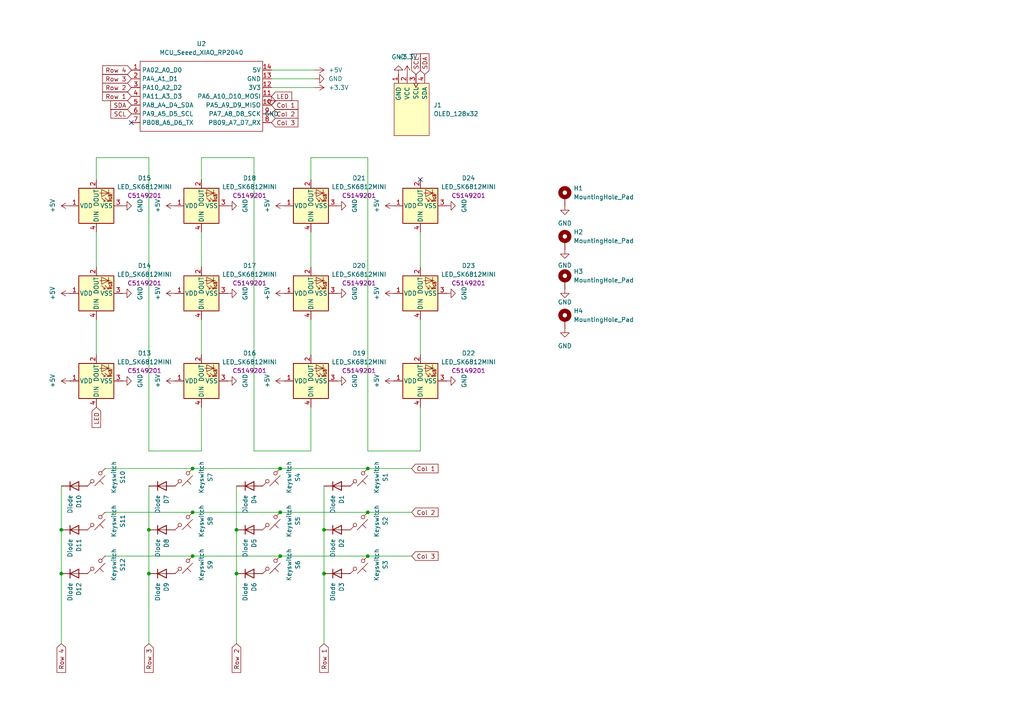
<source format=kicad_sch>
(kicad_sch (version 20231120) (generator "eeschema") (generator_version "8.0")
  (paper "A4")
  (lib_symbols
    (symbol "Mechanical:MountingHole_Pad" (pin_numbers hide) (pin_names (offset 1.016) hide) (exclude_from_sim yes) (in_bom no)
      (property "Reference" "H" (at 0 6.35 0))
      (property "Value" "MountingHole_Pad" (at 0 4.445 0))
      (symbol "MountingHole_Pad_0_1"
        (circle (center 0 1.27) (radius 1.27) (stroke (width 1.27)))
      )
      (symbol "MountingHole_Pad_1_1"
        (pin input line (at 0 -2.54 90) (length 2.54) (name "1") (number "1"))
      )
    )
    (symbol "ScottoKeebs:MCU_Seeed_XIAO_RP2040"
      (property "Reference" "U" (at -16.51 11.43 0))
      (property "Value" "MCU_Seeed_XIAO_RP2040" (at -3.81 -11.43 0))
      (symbol "MCU_Seeed_XIAO_RP2040_0_1"
        (rectangle (start -16.51 10.16) (end 19.05 -10.16))
      )
      (symbol "MCU_Seeed_XIAO_RP2040_1_1"
        (pin passive line (at -19.05 7.62 0) (length 2.54) (name "PA02_A0_D0") (number "1"))
        (pin passive line (at 21.59 -2.54 180) (length 2.54) (name "PA5_A9_D9_MISO") (number "10"))
        (pin passive line (at 21.59 0 180) (length 2.54) (name "PA6_A10_D10_MOSI") (number "11"))
        (pin passive line (at 21.59 2.54 180) (length 2.54) (name "3V3") (number "12"))
        (pin passive line (at 21.59 5.08 180) (length 2.54) (name "GND") (number "13"))
        (pin passive line (at 21.59 7.62 180) (length 2.54) (name "5V") (number "14"))
        (pin passive line (at -19.05 5.08 0) (length 2.54) (name "PA4_A1_D1") (number "2"))
        (pin passive line (at -19.05 2.54 0) (length 2.54) (name "PA10_A2_D2") (number "3"))
        (pin passive line (at -19.05 0 0) (length 2.54) (name "PA11_A3_D3") (number "4"))
        (pin passive line (at -19.05 -2.54 0) (length 2.54) (name "PA8_A4_D4_SDA") (number "5"))
        (pin passive line (at -19.05 -5.08 0) (length 2.54) (name "PA9_A5_D5_SCL") (number "6"))
        (pin passive line (at -19.05 -7.62 0) (length 2.54) (name "PB08_A6_D6_TX") (number "7"))
        (pin passive line (at 21.59 -7.62 180) (length 2.54) (name "PB09_A7_D7_RX") (number "8"))
        (pin passive line (at 21.59 -5.08 180) (length 2.54) (name "PA7_A8_D8_SCK") (number "9"))
      )
    )
    (symbol "ScottoKeebs:Placeholder_Diode" (pin_numbers hide) (pin_names hide)
      (property "Reference" "D" (at 0 2.54 0))
      (property "Value" "Diode" (at 0 -2.54 0))
      (symbol "Placeholder_Diode_0_1"
        (polyline (pts (xy -1.27 1.27) (xy -1.27 -1.27)) (stroke (width 0.254)))
        (polyline (pts (xy 1.27 0) (xy -1.27 0)))
        (polyline (pts (xy 1.27 1.27) (xy 1.27 -1.27) (xy -1.27 0) (xy 1.27 1.27)) (stroke (width 0.254)))
      )
      (symbol "Placeholder_Diode_1_1"
        (pin passive line (at -3.81 0 0) (length 2.54) (name "K") (number "1"))
        (pin passive line (at 3.81 0 180) (length 2.54) (name "A") (number "2"))
      )
    )
    (symbol "ScottoKeebs:Placeholder_Keyswitch" (pin_numbers hide) (pin_names (offset 1.016) hide)
      (property "Reference" "S" (at 3.048 1.016 0))
      (property "Value" "Keyswitch" (at 0 -3.81 0))
      (symbol "Placeholder_Keyswitch_0_1"
        (circle (center -1.1684 1.1684) (radius 0.508))
        (polyline (pts (xy -0.508 2.54) (xy 2.54 -0.508)))
        (polyline (pts (xy 1.016 1.016) (xy 2.032 2.032)))
        (polyline (pts (xy -2.54 2.54) (xy -1.524 1.524) (xy -1.524 1.524)))
        (polyline (pts (xy 1.524 -1.524) (xy 2.54 -2.54) (xy 2.54 -2.54) (xy 2.54 -2.54)))
        (circle (center 1.143 -1.1938) (radius 0.508))
        (pin passive line (at -2.54 2.54 0) (length 0) (name "1") (number "1"))
        (pin passive line (at 2.54 -2.54 180) (length 0) (name "2") (number "2"))
      )
    )
    (symbol "power:+3.3V" (power) (pin_numbers hide) (pin_names (offset 0) hide)
      (property "Value" "+3.3V" (at 0 3.556 0))
      (symbol "+3.3V_0_1"
        (polyline (pts (xy -0.762 1.27) (xy 0 2.54)))
        (polyline (pts (xy 0 0) (xy 0 2.54)))
        (polyline (pts (xy 0 2.54) (xy 0.762 1.27)))
      )
      (symbol "+3.3V_1_1"
        (pin power_in line (at 0 0 90) (length 0) (name "~") (number "1"))
      )
    )
    (symbol "power:+5V" (power) (pin_numbers hide) (pin_names (offset 0) hide)
      (property "Value" "+5V" (at 0 3.556 0))
      (symbol "+5V_0_1"
        (polyline (pts (xy -0.762 1.27) (xy 0 2.54)))
        (polyline (pts (xy 0 0) (xy 0 2.54)))
        (polyline (pts (xy 0 2.54) (xy 0.762 1.27)))
      )
      (symbol "+5V_1_1"
        (pin power_in line (at 0 0 90) (length 0) (name "~") (number "1"))
      )
    )
    (symbol "power:GND" (power) (pin_numbers hide) (pin_names (offset 0) hide)
      (property "Value" "GND" (at 0 -3.81 0))
      (symbol "GND_0_1"
        (polyline (pts (xy 0 0) (xy 0 -1.27) (xy 1.27 -1.27) (xy 0 -2.54) (xy -1.27 -1.27) (xy 0 -1.27)))
      )
      (symbol "GND_1_1"
        (pin power_in line (at 0 0 270) (length 0) (name "~") (number "1"))
      )
    )
    (symbol "scott:LED_SK6812MINI" (pin_names (offset 0.254))
      (property "Reference" "D" (at 2.032 5.588 0))
      (property "Value" "LED_SK6812MINI" (at 1.27 -5.715 0))
      (property "LCSC" "C5149201" (at 0 0 0))
      (symbol "LED_SK6812MINI_0_0"
        (text "RGB" (at 2.286 -4.191 0) (effects (font (size 0.762 0.762))))
      )
      (symbol "LED_SK6812MINI_0_1"
        (rectangle (start -5.08 5.08) (end 5.08 -5.08) (stroke (width 0.254)) (fill (type background)))
        (polyline (pts (xy 1.27 -3.556) (xy 1.778 -3.556)))
        (polyline (pts (xy 1.27 -2.54) (xy 1.778 -2.54)))
        (polyline (pts (xy 4.699 -3.556) (xy 2.667 -3.556)))
        (polyline (pts (xy 2.286 -2.54) (xy 1.27 -3.556) (xy 1.27 -3.048)))
        (polyline (pts (xy 2.286 -1.524) (xy 1.27 -2.54) (xy 1.27 -2.032)))
        (polyline (pts (xy 3.683 -1.016) (xy 3.683 -3.556) (xy 3.683 -4.064)))
        (polyline (pts (xy 4.699 -1.524) (xy 2.667 -1.524) (xy 3.683 -3.556) (xy 4.699 -1.524)))
      )
      (symbol "LED_SK6812MINI_1_1"
        (pin power_in line (at 0 7.62 270) (length 2.54) (name "VDD") (number "1"))
        (pin output line (at 7.62 0 180) (length 2.54) (name "DOUT") (number "2"))
        (pin power_in line (at 0 -7.62 90) (length 2.54) (name "VSS") (number "3"))
        (pin input line (at -7.62 0 0) (length 2.54) (name "DIN") (number "4"))
      )
    )
    (symbol "scott:OLED_128x32" (pin_names (offset 1.016))
      (property "Reference" "J" (at 0 -6.35 0))
      (property "Value" "OLED_128x32" (at 0 6.35 0))
      (symbol "OLED_128x32_0_1"
        (rectangle (start 0 5.08) (end 15.24 -5.08) (fill (type background)))
      )
      (symbol "OLED_128x32_1_1"
        (pin power_in line (at -2.54 -3.81 0) (length 2.54) (name "GND") (number "1"))
        (pin power_in line (at -2.54 -1.27 0) (length 2.54) (name "VCC") (number "2"))
        (pin input clock (at -2.54 1.27 0) (length 2.54) (name "SCL") (number "3"))
        (pin bidirectional line (at -2.54 3.81 0) (length 2.54) (name "SDA") (number "4"))
      )
    )
  )
  (junction (at 17.78 153.67))
  (junction (at 81.28 148.59))
  (junction (at 17.78 166.37))
  (junction (at 93.98 153.67))
  (junction (at 68.58 166.37))
  (junction (at 55.88 161.29))
  (junction (at 55.88 148.59))
  (junction (at 81.28 161.29))
  (junction (at 43.18 153.67))
  (junction (at 68.58 153.67))
  (junction (at 106.68 148.59))
  (junction (at 81.28 135.89))
  (junction (at 106.68 135.89))
  (junction (at 106.68 161.29))
  (junction (at 93.98 166.37))
  (junction (at 43.18 166.37))
  (junction (at 55.88 135.89))
  (no_connect (at 38.1 35.56))
  (no_connect (at 121.92 52.07))
  (wire (pts (xy 58.42 130.81) (xy 58.42 118.11)))
  (wire (pts (xy 17.78 166.37) (xy 17.78 186.69)))
  (wire (pts (xy 81.28 148.59) (xy 55.88 148.59)))
  (wire (pts (xy 106.68 161.29) (xy 81.28 161.29)))
  (wire (pts (xy 119.38 148.59) (xy 106.68 148.59)))
  (wire (pts (xy 121.92 77.47) (xy 121.92 67.31)))
  (wire (pts (xy 106.68 135.89) (xy 81.28 135.89)))
  (wire (pts (xy 58.42 52.07) (xy 58.42 45.72)))
  (wire (pts (xy 106.68 148.59) (xy 81.28 148.59)))
  (wire (pts (xy 68.58 153.67) (xy 68.58 166.37)))
  (wire (pts (xy 68.58 166.37) (xy 68.58 186.69)))
  (wire (pts (xy 90.17 102.87) (xy 90.17 92.71)))
  (wire (pts (xy 27.94 45.72) (xy 43.18 45.72)))
  (wire (pts (xy 58.42 77.47) (xy 58.42 67.31)))
  (wire (pts (xy 73.66 45.72) (xy 73.66 130.81)))
  (wire (pts (xy 81.28 135.89) (xy 55.88 135.89)))
  (wire (pts (xy 93.98 153.67) (xy 93.98 166.37)))
  (wire (pts (xy 55.88 135.89) (xy 30.48 135.89)))
  (wire (pts (xy 17.78 140.97) (xy 17.78 153.67)))
  (wire (pts (xy 78.74 20.32) (xy 91.44 20.32)))
  (wire (pts (xy 27.94 102.87) (xy 27.94 92.71)))
  (wire (pts (xy 81.28 161.29) (xy 55.88 161.29)))
  (wire (pts (xy 78.74 25.4) (xy 91.44 25.4)))
  (wire (pts (xy 27.94 77.47) (xy 27.94 67.31)))
  (wire (pts (xy 68.58 140.97) (xy 68.58 153.67)))
  (wire (pts (xy 119.38 135.89) (xy 106.68 135.89)))
  (wire (pts (xy 17.78 153.67) (xy 17.78 166.37)))
  (wire (pts (xy 55.88 161.29) (xy 30.48 161.29)))
  (wire (pts (xy 43.18 166.37) (xy 43.18 186.69)))
  (wire (pts (xy 73.66 130.81) (xy 90.17 130.81)))
  (wire (pts (xy 58.42 45.72) (xy 73.66 45.72)))
  (wire (pts (xy 78.74 22.86) (xy 91.44 22.86)))
  (wire (pts (xy 121.92 130.81) (xy 121.92 118.11)))
  (wire (pts (xy 93.98 166.37) (xy 93.98 186.69)))
  (wire (pts (xy 43.18 130.81) (xy 58.42 130.81)))
  (wire (pts (xy 119.38 161.29) (xy 106.68 161.29)))
  (wire (pts (xy 58.42 102.87) (xy 58.42 92.71)))
  (wire (pts (xy 43.18 45.72) (xy 43.18 130.81)))
  (wire (pts (xy 43.18 140.97) (xy 43.18 153.67)))
  (wire (pts (xy 106.68 45.72) (xy 106.68 130.81)))
  (wire (pts (xy 90.17 77.47) (xy 90.17 67.31)))
  (wire (pts (xy 55.88 148.59) (xy 30.48 148.59)))
  (wire (pts (xy 90.17 45.72) (xy 106.68 45.72)))
  (wire (pts (xy 90.17 130.81) (xy 90.17 118.11)))
  (wire (pts (xy 27.94 52.07) (xy 27.94 45.72)))
  (wire (pts (xy 121.92 102.87) (xy 121.92 92.71)))
  (wire (pts (xy 90.17 52.07) (xy 90.17 45.72)))
  (wire (pts (xy 93.98 140.97) (xy 93.98 153.67)))
  (wire (pts (xy 43.18 153.67) (xy 43.18 166.37)))
  (wire (pts (xy 106.68 130.81) (xy 121.92 130.81)))
  (global_label "Col 3" (shape input) (at 119.38 161.29 0) (property "Intersheetrefs" "${INTERSHEET_REFS}" (effects (hide yes))))
  (global_label "Row 3" (shape input) (at 38.1 22.86 180) (property "Intersheetrefs" "${INTERSHEET_REFS}" (effects (hide yes))))
  (global_label "Col 1" (shape input) (at 78.74 30.48 0) (property "Intersheetrefs" "${INTERSHEET_REFS}" (effects (hide yes))))
  (global_label "Row 4" (shape input) (at 17.78 186.69 270) (property "Intersheetrefs" "${INTERSHEET_REFS}" (effects (hide yes))))
  (global_label "Col 2" (shape input) (at 78.74 33.02 0) (property "Intersheetrefs" "${INTERSHEET_REFS}" (effects (hide yes))))
  (global_label "Row 1" (shape input) (at 93.98 186.69 270) (property "Intersheetrefs" "${INTERSHEET_REFS}" (effects (hide yes))))
  (global_label "LED" (shape input) (at 78.74 27.94 0) (property "Intersheetrefs" "${INTERSHEET_REFS}" (effects (hide yes))))
  (global_label "Col 1" (shape input) (at 119.38 135.89 0) (property "Intersheetrefs" "${INTERSHEET_REFS}" (effects (hide yes))))
  (global_label "Col 3" (shape input) (at 78.74 35.56 0) (property "Intersheetrefs" "${INTERSHEET_REFS}" (effects (hide yes))))
  (global_label "Row 2" (shape input) (at 68.58 186.69 270) (property "Intersheetrefs" "${INTERSHEET_REFS}" (effects (hide yes))))
  (global_label "LED" (shape input) (at 27.94 118.11 270) (property "Intersheetrefs" "${INTERSHEET_REFS}" (effects (hide yes))))
  (global_label "Row 2" (shape input) (at 38.1 25.4 180) (property "Intersheetrefs" "${INTERSHEET_REFS}" (effects (hide yes))))
  (global_label "Col 2" (shape input) (at 119.38 148.59 0) (property "Intersheetrefs" "${INTERSHEET_REFS}" (effects (hide yes))))
  (global_label "SDA" (shape input) (at 123.19 21.59 90) (property "Intersheetrefs" "${INTERSHEET_REFS}" (effects (hide yes))))
  (global_label "SCL" (shape input) (at 38.1 33.02 180) (property "Intersheetrefs" "${INTERSHEET_REFS}" (effects (hide yes))))
  (global_label "Row 3" (shape input) (at 43.18 186.69 270) (property "Intersheetrefs" "${INTERSHEET_REFS}" (effects (hide yes))))
  (global_label "SDA" (shape input) (at 38.1 30.48 180) (property "Intersheetrefs" "${INTERSHEET_REFS}" (effects (hide yes))))
  (global_label "SCL" (shape input) (at 120.65 21.59 90) (property "Intersheetrefs" "${INTERSHEET_REFS}" (effects (hide yes))))
  (global_label "Row 1" (shape input) (at 38.1 27.94 180) (property "Intersheetrefs" "${INTERSHEET_REFS}" (effects (hide yes))))
  (global_label "Row 4" (shape input) (at 38.1 20.32 180) (property "Intersheetrefs" "${INTERSHEET_REFS}" (effects (hide yes))))
  (symbol (lib_id "scott:LED_SK6812MINI") (at 27.94 85.09 90) (unit 1)
    (property "Reference" "D14" (at 41.91 77.0538 90))
    (property "Value" "LED_SK6812MINI" (at 41.91 79.5938 90))
    (property "Footprint" "sb componets:LED_SK6812MINI" (effects (hide yes)))
    (property "Datasheet" "https://cdn-shop.adafruit.com/product-files/2686/SK6812MINI_REV.01-1-2.pdf" (effects (hide yes)))
    (property "Description" "RGB LED with integrated controller" (effects (hide yes)))
    (property "LCSC" "C5149201" (at 41.91 82.1338 90))
  )
  (symbol (lib_id "power:+5V") (at 20.32 59.69 90) (unit 1)
    (property "Reference" "#PWR07" (effects (hide yes)))
    (property "Value" "+5V" (at 15.24 59.69 0))
    (property "Description" "Power symbol creates a global label with name \"+5V\"" (effects (hide yes)))
  )
  (symbol (lib_id "scott:LED_SK6812MINI") (at 27.94 110.49 90) (unit 1)
    (property "Reference" "D13" (at 41.91 102.4538 90))
    (property "Value" "LED_SK6812MINI" (at 41.91 104.9938 90))
    (property "Footprint" "sb componets:LED_SK6812MINI" (effects (hide yes)))
    (property "Datasheet" "https://cdn-shop.adafruit.com/product-files/2686/SK6812MINI_REV.01-1-2.pdf" (effects (hide yes)))
    (property "Description" "RGB LED with integrated controller" (effects (hide yes)))
    (property "LCSC" "C5149201" (at 41.91 107.5338 90))
  )
  (symbol (lib_id "ScottoKeebs:Placeholder_Diode") (at 72.39 166.37 0) (unit 1)
    (property "Reference" "D6" (at 73.6601 168.91 90) (effects (justify right)))
    (property "Value" "Diode" (at 71.1201 168.91 90) (effects (justify right)))
    (property "Footprint" "ScottoKeebs_Components:Diode_DO-35" (effects (hide yes)))
    (property "Description" "1N4148 (DO-35) or 1N4148W (SOD-123)" (effects (hide yes)))
    (property "Sim.Device" "D" (effects (hide yes)))
    (property "Sim.Pins" "1=K 2=A" (effects (hide yes)))
  )
  (symbol (lib_id "power:+3.3V") (at 91.44 25.4 270) (unit 1)
    (property "Reference" "#PWR027" (effects (hide yes)))
    (property "Value" "+3.3V" (at 95.25 25.3999 90) (effects (justify left)))
    (property "Description" "Power symbol creates a global label with name \"+3.3V\"" (effects (hide yes)))
  )
  (symbol (lib_id "ScottoKeebs:Placeholder_Keyswitch") (at 78.74 151.13 270) (unit 1)
    (property "Reference" "S5" (at 86.36 151.13 0))
    (property "Value" "Keyswitch" (at 83.82 151.13 0))
    (property "Footprint" "Kailh_PG1353_Hotswap:Kailh-PG1353-Hotswap-1U" (effects (hide yes)))
    (property "Description" "Push button switch, normally open, two pins, 45° tilted" (effects (hide yes)))
  )
  (symbol (lib_id "scott:LED_SK6812MINI") (at 90.17 110.49 90) (unit 1)
    (property "Reference" "D19" (at 104.14 102.4538 90))
    (property "Value" "LED_SK6812MINI" (at 104.14 104.9938 90))
    (property "Footprint" "sb componets:LED_SK6812MINI" (effects (hide yes)))
    (property "Datasheet" "https://cdn-shop.adafruit.com/product-files/2686/SK6812MINI_REV.01-1-2.pdf" (effects (hide yes)))
    (property "Description" "RGB LED with integrated controller" (effects (hide yes)))
    (property "LCSC" "C5149201" (at 104.14 107.5338 90))
  )
  (symbol (lib_id "power:GND") (at 35.56 85.09 90) (unit 1)
    (property "Reference" "#PWR06" (effects (hide yes)))
    (property "Value" "GND" (at 40.64 85.09 0))
    (property "Description" "Power symbol creates a global label with name \"GND\" , ground" (effects (hide yes)))
  )
  (symbol (lib_id "scott:LED_SK6812MINI") (at 58.42 110.49 90) (unit 1)
    (property "Reference" "D16" (at 72.39 102.4538 90))
    (property "Value" "LED_SK6812MINI" (at 72.39 104.9938 90))
    (property "Footprint" "sb componets:LED_SK6812MINI" (effects (hide yes)))
    (property "Datasheet" "https://cdn-shop.adafruit.com/product-files/2686/SK6812MINI_REV.01-1-2.pdf" (effects (hide yes)))
    (property "Description" "RGB LED with integrated controller" (effects (hide yes)))
    (property "LCSC" "C5149201" (at 72.39 107.5338 90))
  )
  (symbol (lib_id "ScottoKeebs:Placeholder_Diode") (at 97.79 153.67 0) (unit 1)
    (property "Reference" "D2" (at 99.0601 156.21 90) (effects (justify right)))
    (property "Value" "Diode" (at 96.5201 156.21 90) (effects (justify right)))
    (property "Footprint" "ScottoKeebs_Components:Diode_DO-35" (effects (hide yes)))
    (property "Description" "1N4148 (DO-35) or 1N4148W (SOD-123)" (effects (hide yes)))
    (property "Sim.Device" "D" (effects (hide yes)))
    (property "Sim.Pins" "1=K 2=A" (effects (hide yes)))
  )
  (symbol (lib_id "power:GND") (at 78.74 27.94 0) (unit 1)
    (property "Reference" "#PWR030" (effects (hide yes)))
    (property "Value" "GND" (at 78.74 33.02 0))
    (property "Description" "Power symbol creates a global label with name \"GND\" , ground" (effects (hide yes)))
  )
  (symbol (lib_id "scott:LED_SK6812MINI") (at 90.17 85.09 90) (unit 1)
    (property "Reference" "D20" (at 104.14 77.0538 90))
    (property "Value" "LED_SK6812MINI" (at 104.14 79.5938 90))
    (property "Footprint" "sb componets:LED_SK6812MINI" (effects (hide yes)))
    (property "Datasheet" "https://cdn-shop.adafruit.com/product-files/2686/SK6812MINI_REV.01-1-2.pdf" (effects (hide yes)))
    (property "Description" "RGB LED with integrated controller" (effects (hide yes)))
    (property "LCSC" "C5149201" (at 104.14 82.1338 90))
  )
  (symbol (lib_id "ScottoKeebs:Placeholder_Diode") (at 72.39 153.67 0) (unit 1)
    (property "Reference" "D5" (at 73.6601 156.21 90) (effects (justify right)))
    (property "Value" "Diode" (at 71.1201 156.21 90) (effects (justify right)))
    (property "Footprint" "ScottoKeebs_Components:Diode_DO-35" (effects (hide yes)))
    (property "Description" "1N4148 (DO-35) or 1N4148W (SOD-123)" (effects (hide yes)))
    (property "Sim.Device" "D" (effects (hide yes)))
    (property "Sim.Pins" "1=K 2=A" (effects (hide yes)))
  )
  (symbol (lib_id "scott:OLED_128x32") (at 119.38 24.13 270) (unit 1)
    (property "Reference" "J1" (at 125.73 30.4799 90) (effects (justify left)))
    (property "Value" "OLED_128x32" (at 125.73 33.0199 90) (effects (justify left)))
    (property "Footprint" "sb componets:OLED_128x32" (effects (hide yes)))
  )
  (symbol (lib_id "ScottoKeebs:MCU_Seeed_XIAO_RP2040") (at 57.15 27.94 0) (unit 1)
    (property "Reference" "U2" (at 58.42 12.7 0))
    (property "Value" "MCU_Seeed_XIAO_RP2040" (at 58.42 15.24 0))
    (property "Footprint" "ScottoKeebs_MCU:Seeed_XIAO_RP2040" (effects (hide yes)))
  )
  (symbol (lib_id "Mechanical:MountingHole_Pad") (at 163.83 57.15 0) (unit 1) (exclude_from_sim yes) (in_bom no)
    (property "Reference" "H1" (at 166.37 54.6099 0) (effects (justify left)))
    (property "Value" "MountingHole_Pad" (at 166.37 57.1499 0) (effects (justify left)))
    (property "Footprint" "MountingHole:MountingHole_2.5mm_Pad_Via" (effects (hide yes)))
    (property "Description" "Mounting Hole with connection" (effects (hide yes)))
  )
  (symbol (lib_id "ScottoKeebs:Placeholder_Diode") (at 72.39 140.97 0) (unit 1)
    (property "Reference" "D4" (at 73.6601 143.51 90) (effects (justify right)))
    (property "Value" "Diode" (at 71.1201 143.51 90) (effects (justify right)))
    (property "Footprint" "ScottoKeebs_Components:Diode_DO-35" (effects (hide yes)))
    (property "Description" "1N4148 (DO-35) or 1N4148W (SOD-123)" (effects (hide yes)))
    (property "Sim.Device" "D" (effects (hide yes)))
    (property "Sim.Pins" "1=K 2=A" (effects (hide yes)))
  )
  (symbol (lib_id "ScottoKeebs:Placeholder_Keyswitch") (at 78.74 138.43 270) (unit 1)
    (property "Reference" "S4" (at 86.36 138.43 0))
    (property "Value" "Keyswitch" (at 83.82 138.43 0))
    (property "Footprint" "Kailh_PG1353_Hotswap:Kailh-PG1353-Hotswap-1U" (effects (hide yes)))
    (property "Description" "Push button switch, normally open, two pins, 45° tilted" (effects (hide yes)))
  )
  (symbol (lib_id "power:+5V") (at 50.8 110.49 90) (unit 1)
    (property "Reference" "#PWR09" (effects (hide yes)))
    (property "Value" "+5V" (at 45.72 110.49 0))
    (property "Description" "Power symbol creates a global label with name \"+5V\"" (effects (hide yes)))
  )
  (symbol (lib_id "power:GND") (at 66.04 85.09 90) (unit 1)
    (property "Reference" "#PWR012" (effects (hide yes)))
    (property "Value" "GND" (at 71.12 85.09 0))
    (property "Description" "Power symbol creates a global label with name \"GND\" , ground" (effects (hide yes)))
  )
  (symbol (lib_id "power:GND") (at 97.79 85.09 90) (unit 1)
    (property "Reference" "#PWR018" (effects (hide yes)))
    (property "Value" "GND" (at 102.87 85.09 0))
    (property "Description" "Power symbol creates a global label with name \"GND\" , ground" (effects (hide yes)))
  )
  (symbol (lib_id "power:GND") (at 115.57 21.59 180) (unit 1)
    (property "Reference" "#PWR028" (effects (hide yes)))
    (property "Value" "GND" (at 115.57 16.51 0))
    (property "Description" "Power symbol creates a global label with name \"GND\" , ground" (effects (hide yes)))
  )
  (symbol (lib_id "Mechanical:MountingHole_Pad") (at 163.83 92.71 0) (unit 1) (exclude_from_sim yes) (in_bom no)
    (property "Reference" "H4" (at 166.37 90.1699 0) (effects (justify left)))
    (property "Value" "MountingHole_Pad" (at 166.37 92.7099 0) (effects (justify left)))
    (property "Footprint" "MountingHole:MountingHole_2.5mm_Pad_Via" (effects (hide yes)))
    (property "Description" "Mounting Hole with connection" (effects (hide yes)))
  )
  (symbol (lib_id "ScottoKeebs:Placeholder_Keyswitch") (at 27.94 138.43 270) (unit 1)
    (property "Reference" "S10" (at 35.56 138.43 0))
    (property "Value" "Keyswitch" (at 33.02 138.43 0))
    (property "Footprint" "Kailh_PG1353_Hotswap:Kailh-PG1353-Hotswap-1U" (effects (hide yes)))
    (property "Description" "Push button switch, normally open, two pins, 45° tilted" (effects (hide yes)))
  )
  (symbol (lib_id "power:GND") (at 129.54 110.49 90) (unit 1)
    (property "Reference" "#PWR022" (effects (hide yes)))
    (property "Value" "GND" (at 134.62 110.49 0))
    (property "Description" "Power symbol creates a global label with name \"GND\" , ground" (effects (hide yes)))
  )
  (symbol (lib_id "scott:LED_SK6812MINI") (at 121.92 85.09 90) (unit 1)
    (property "Reference" "D23" (at 135.89 77.0538 90))
    (property "Value" "LED_SK6812MINI" (at 135.89 79.5938 90))
    (property "Footprint" "sb componets:LED_SK6812MINI" (effects (hide yes)))
    (property "Datasheet" "https://cdn-shop.adafruit.com/product-files/2686/SK6812MINI_REV.01-1-2.pdf" (effects (hide yes)))
    (property "Description" "RGB LED with integrated controller" (effects (hide yes)))
    (property "LCSC" "C5149201" (at 135.89 82.1338 90))
  )
  (symbol (lib_id "scott:LED_SK6812MINI") (at 58.42 85.09 90) (unit 1)
    (property "Reference" "D17" (at 72.39 77.0538 90))
    (property "Value" "LED_SK6812MINI" (at 72.39 79.5938 90))
    (property "Footprint" "sb componets:LED_SK6812MINI" (effects (hide yes)))
    (property "Datasheet" "https://cdn-shop.adafruit.com/product-files/2686/SK6812MINI_REV.01-1-2.pdf" (effects (hide yes)))
    (property "Description" "RGB LED with integrated controller" (effects (hide yes)))
    (property "LCSC" "C5149201" (at 72.39 82.1338 90))
  )
  (symbol (lib_id "ScottoKeebs:Placeholder_Diode") (at 21.59 153.67 0) (unit 1)
    (property "Reference" "D11" (at 22.8601 156.21 90) (effects (justify right)))
    (property "Value" "Diode" (at 20.3201 156.21 90) (effects (justify right)))
    (property "Footprint" "ScottoKeebs_Components:Diode_DO-35" (effects (hide yes)))
    (property "Description" "1N4148 (DO-35) or 1N4148W (SOD-123)" (effects (hide yes)))
    (property "Sim.Device" "D" (effects (hide yes)))
    (property "Sim.Pins" "1=K 2=A" (effects (hide yes)))
  )
  (symbol (lib_id "power:GND") (at 163.83 83.82 0) (unit 1)
    (property "Reference" "#PWR033" (effects (hide yes)))
    (property "Value" "GND" (at 163.83 87.63 0))
    (property "Description" "Power symbol creates a global label with name \"GND\" , ground" (effects (hide yes)))
  )
  (symbol (lib_id "power:GND") (at 66.04 110.49 90) (unit 1)
    (property "Reference" "#PWR010" (effects (hide yes)))
    (property "Value" "GND" (at 71.12 110.49 0))
    (property "Description" "Power symbol creates a global label with name \"GND\" , ground" (effects (hide yes)))
  )
  (symbol (lib_id "power:GND") (at 129.54 85.09 90) (unit 1)
    (property "Reference" "#PWR024" (effects (hide yes)))
    (property "Value" "GND" (at 134.62 85.09 0))
    (property "Description" "Power symbol creates a global label with name \"GND\" , ground" (effects (hide yes)))
  )
  (symbol (lib_id "power:GND") (at 163.83 59.69 0) (unit 1)
    (property "Reference" "#PWR031" (effects (hide yes)))
    (property "Value" "GND" (at 163.83 64.77 0))
    (property "Description" "Power symbol creates a global label with name \"GND\" , ground" (effects (hide yes)))
  )
  (symbol (lib_id "power:+5V") (at 20.32 110.49 90) (unit 1)
    (property "Reference" "#PWR03" (effects (hide yes)))
    (property "Value" "+5V" (at 15.24 110.49 0))
    (property "Description" "Power symbol creates a global label with name \"+5V\"" (effects (hide yes)))
  )
  (symbol (lib_id "power:+5V") (at 114.3 110.49 90) (unit 1)
    (property "Reference" "#PWR021" (effects (hide yes)))
    (property "Value" "+5V" (at 109.22 110.49 0))
    (property "Description" "Power symbol creates a global label with name \"+5V\"" (effects (hide yes)))
  )
  (symbol (lib_id "power:+5V") (at 82.55 59.69 90) (unit 1)
    (property "Reference" "#PWR019" (effects (hide yes)))
    (property "Value" "+5V" (at 77.47 59.69 0))
    (property "Description" "Power symbol creates a global label with name \"+5V\"" (effects (hide yes)))
  )
  (symbol (lib_id "power:GND") (at 35.56 110.49 90) (unit 1)
    (property "Reference" "#PWR04" (effects (hide yes)))
    (property "Value" "GND" (at 40.64 110.49 0))
    (property "Description" "Power symbol creates a global label with name \"GND\" , ground" (effects (hide yes)))
  )
  (symbol (lib_id "power:+5V") (at 114.3 85.09 90) (unit 1)
    (property "Reference" "#PWR023" (effects (hide yes)))
    (property "Value" "+5V" (at 109.22 85.09 0))
    (property "Description" "Power symbol creates a global label with name \"+5V\"" (effects (hide yes)))
  )
  (symbol (lib_id "power:GND") (at 129.54 59.69 90) (unit 1)
    (property "Reference" "#PWR026" (effects (hide yes)))
    (property "Value" "GND" (at 134.62 59.69 0))
    (property "Description" "Power symbol creates a global label with name \"GND\" , ground" (effects (hide yes)))
  )
  (symbol (lib_id "power:GND") (at 35.56 59.69 90) (unit 1)
    (property "Reference" "#PWR08" (effects (hide yes)))
    (property "Value" "GND" (at 40.64 59.69 0))
    (property "Description" "Power symbol creates a global label with name \"GND\" , ground" (effects (hide yes)))
  )
  (symbol (lib_id "power:GND") (at 163.83 72.39 0) (unit 1)
    (property "Reference" "#PWR032" (effects (hide yes)))
    (property "Value" "GND" (at 163.83 76.962 0))
    (property "Description" "Power symbol creates a global label with name \"GND\" , ground" (effects (hide yes)))
  )
  (symbol (lib_id "power:+5V") (at 50.8 59.69 90) (unit 1)
    (property "Reference" "#PWR013" (effects (hide yes)))
    (property "Value" "+5V" (at 45.72 59.69 0))
    (property "Description" "Power symbol creates a global label with name \"+5V\"" (effects (hide yes)))
  )
  (symbol (lib_id "power:+5V") (at 50.8 85.09 90) (unit 1)
    (property "Reference" "#PWR011" (effects (hide yes)))
    (property "Value" "+5V" (at 45.72 85.09 0))
    (property "Description" "Power symbol creates a global label with name \"+5V\"" (effects (hide yes)))
  )
  (symbol (lib_id "scott:LED_SK6812MINI") (at 58.42 59.69 90) (unit 1)
    (property "Reference" "D18" (at 72.39 51.6538 90))
    (property "Value" "LED_SK6812MINI" (at 72.39 54.1938 90))
    (property "Footprint" "sb componets:LED_SK6812MINI" (effects (hide yes)))
    (property "Datasheet" "https://cdn-shop.adafruit.com/product-files/2686/SK6812MINI_REV.01-1-2.pdf" (effects (hide yes)))
    (property "Description" "RGB LED with integrated controller" (effects (hide yes)))
    (property "LCSC" "C5149201" (at 72.39 56.7338 90))
  )
  (symbol (lib_id "ScottoKeebs:Placeholder_Diode") (at 46.99 153.67 0) (unit 1)
    (property "Reference" "D8" (at 48.2601 156.21 90) (effects (justify right)))
    (property "Value" "Diode" (at 45.7201 156.21 90) (effects (justify right)))
    (property "Footprint" "ScottoKeebs_Components:Diode_DO-35" (effects (hide yes)))
    (property "Description" "1N4148 (DO-35) or 1N4148W (SOD-123)" (effects (hide yes)))
    (property "Sim.Device" "D" (effects (hide yes)))
    (property "Sim.Pins" "1=K 2=A" (effects (hide yes)))
  )
  (symbol (lib_id "ScottoKeebs:Placeholder_Diode") (at 21.59 166.37 0) (unit 1)
    (property "Reference" "D12" (at 22.8601 168.91 90) (effects (justify right)))
    (property "Value" "Diode" (at 20.3201 168.91 90) (effects (justify right)))
    (property "Footprint" "ScottoKeebs_Components:Diode_DO-35" (effects (hide yes)))
    (property "Description" "1N4148 (DO-35) or 1N4148W (SOD-123)" (effects (hide yes)))
    (property "Sim.Device" "D" (effects (hide yes)))
    (property "Sim.Pins" "1=K 2=A" (effects (hide yes)))
  )
  (symbol (lib_id "ScottoKeebs:Placeholder_Diode") (at 46.99 140.97 0) (unit 1)
    (property "Reference" "D7" (at 48.2601 143.51 90) (effects (justify right)))
    (property "Value" "Diode" (at 45.7201 143.51 90) (effects (justify right)))
    (property "Footprint" "ScottoKeebs_Components:Diode_DO-35" (effects (hide yes)))
    (property "Description" "1N4148 (DO-35) or 1N4148W (SOD-123)" (effects (hide yes)))
    (property "Sim.Device" "D" (effects (hide yes)))
    (property "Sim.Pins" "1=K 2=A" (effects (hide yes)))
  )
  (symbol (lib_id "scott:LED_SK6812MINI") (at 27.94 59.69 90) (unit 1)
    (property "Reference" "D15" (at 41.91 51.6538 90))
    (property "Value" "LED_SK6812MINI" (at 41.91 54.1938 90))
    (property "Footprint" "sb componets:LED_SK6812MINI" (effects (hide yes)))
    (property "Datasheet" "https://cdn-shop.adafruit.com/product-files/2686/SK6812MINI_REV.01-1-2.pdf" (effects (hide yes)))
    (property "Description" "RGB LED with integrated controller" (effects (hide yes)))
    (property "LCSC" "C5149201" (at 41.91 56.7338 90))
  )
  (symbol (lib_id "ScottoKeebs:Placeholder_Keyswitch") (at 53.34 163.83 270) (unit 1)
    (property "Reference" "S9" (at 60.96 163.83 0))
    (property "Value" "Keyswitch" (at 58.42 163.83 0))
    (property "Footprint" "Kailh_PG1353_Hotswap:Kailh-PG1353-Hotswap-1U" (effects (hide yes)))
    (property "Description" "Push button switch, normally open, two pins, 45° tilted" (effects (hide yes)))
  )
  (symbol (lib_id "power:GND") (at 66.04 59.69 90) (unit 1)
    (property "Reference" "#PWR014" (effects (hide yes)))
    (property "Value" "GND" (at 71.12 59.69 0))
    (property "Description" "Power symbol creates a global label with name \"GND\" , ground" (effects (hide yes)))
  )
  (symbol (lib_id "ScottoKeebs:Placeholder_Keyswitch") (at 27.94 163.83 270) (unit 1)
    (property "Reference" "S12" (at 35.56 163.83 0))
    (property "Value" "Keyswitch" (at 33.02 163.83 0))
    (property "Footprint" "Kailh_PG1353_Hotswap:Kailh-PG1353-Hotswap-1U" (effects (hide yes)))
    (property "Description" "Push button switch, normally open, two pins, 45° tilted" (effects (hide yes)))
  )
  (symbol (lib_id "scott:LED_SK6812MINI") (at 90.17 59.69 90) (unit 1)
    (property "Reference" "D21" (at 104.14 51.6538 90))
    (property "Value" "LED_SK6812MINI" (at 104.14 54.1938 90))
    (property "Footprint" "sb componets:LED_SK6812MINI" (effects (hide yes)))
    (property "Datasheet" "https://cdn-shop.adafruit.com/product-files/2686/SK6812MINI_REV.01-1-2.pdf" (effects (hide yes)))
    (property "Description" "RGB LED with integrated controller" (effects (hide yes)))
    (property "LCSC" "C5149201" (at 104.14 56.7338 90))
  )
  (symbol (lib_id "ScottoKeebs:Placeholder_Diode") (at 21.59 140.97 0) (unit 1)
    (property "Reference" "D10" (at 22.8601 143.51 90) (effects (justify right)))
    (property "Value" "Diode" (at 20.3201 143.51 90) (effects (justify right)))
    (property "Footprint" "ScottoKeebs_Components:Diode_DO-35" (effects (hide yes)))
    (property "Description" "1N4148 (DO-35) or 1N4148W (SOD-123)" (effects (hide yes)))
    (property "Sim.Device" "D" (effects (hide yes)))
    (property "Sim.Pins" "1=K 2=A" (effects (hide yes)))
  )
  (symbol (lib_id "power:+5V") (at 114.3 59.69 90) (unit 1)
    (property "Reference" "#PWR025" (effects (hide yes)))
    (property "Value" "+5V" (at 109.22 59.69 0))
    (property "Description" "Power symbol creates a global label with name \"+5V\"" (effects (hide yes)))
  )
  (symbol (lib_id "Mechanical:MountingHole_Pad") (at 163.83 81.28 0) (unit 1) (exclude_from_sim yes) (in_bom no)
    (property "Reference" "H3" (at 166.37 78.7399 0) (effects (justify left)))
    (property "Value" "MountingHole_Pad" (at 166.37 81.2799 0) (effects (justify left)))
    (property "Footprint" "MountingHole:MountingHole_2.5mm_Pad_Via" (effects (hide yes)))
    (property "Description" "Mounting Hole with connection" (effects (hide yes)))
  )
  (symbol (lib_id "ScottoKeebs:Placeholder_Keyswitch") (at 53.34 138.43 270) (unit 1)
    (property "Reference" "S7" (at 60.96 138.43 0))
    (property "Value" "Keyswitch" (at 58.42 138.43 0))
    (property "Footprint" "Kailh_PG1353_Hotswap:Kailh-PG1353-Hotswap-1U" (effects (hide yes)))
    (property "Description" "Push button switch, normally open, two pins, 45° tilted" (effects (hide yes)))
  )
  (symbol (lib_id "ScottoKeebs:Placeholder_Diode") (at 46.99 166.37 0) (unit 1)
    (property "Reference" "D9" (at 48.2601 168.91 90) (effects (justify right)))
    (property "Value" "Diode" (at 45.7201 168.91 90) (effects (justify right)))
    (property "Footprint" "ScottoKeebs_Components:Diode_DO-35" (effects (hide yes)))
    (property "Description" "1N4148 (DO-35) or 1N4148W (SOD-123)" (effects (hide yes)))
    (property "Sim.Device" "D" (effects (hide yes)))
    (property "Sim.Pins" "1=K 2=A" (effects (hide yes)))
  )
  (symbol (lib_id "scott:LED_SK6812MINI") (at 121.92 59.69 90) (unit 1)
    (property "Reference" "D24" (at 135.89 51.6538 90))
    (property "Value" "LED_SK6812MINI" (at 135.89 54.1938 90))
    (property "Footprint" "sb componets:LED_SK6812MINI" (effects (hide yes)))
    (property "Datasheet" "https://cdn-shop.adafruit.com/product-files/2686/SK6812MINI_REV.01-1-2.pdf" (effects (hide yes)))
    (property "Description" "RGB LED with integrated controller" (effects (hide yes)))
    (property "LCSC" "C5149201" (at 135.89 56.7338 90))
  )
  (symbol (lib_id "scott:LED_SK6812MINI") (at 121.92 110.49 90) (unit 1)
    (property "Reference" "D22" (at 135.89 102.4538 90))
    (property "Value" "LED_SK6812MINI" (at 135.89 104.9938 90))
    (property "Footprint" "sb componets:LED_SK6812MINI" (effects (hide yes)))
    (property "Datasheet" "https://cdn-shop.adafruit.com/product-files/2686/SK6812MINI_REV.01-1-2.pdf" (effects (hide yes)))
    (property "Description" "RGB LED with integrated controller" (effects (hide yes)))
    (property "LCSC" "C5149201" (at 135.89 107.5338 90))
  )
  (symbol (lib_id "ScottoKeebs:Placeholder_Keyswitch") (at 27.94 151.13 270) (unit 1)
    (property "Reference" "S11" (at 35.56 151.13 0))
    (property "Value" "Keyswitch" (at 33.02 151.13 0))
    (property "Footprint" "Kailh_PG1353_Hotswap:Kailh-PG1353-Hotswap-1U" (effects (hide yes)))
    (property "Description" "Push button switch, normally open, two pins, 45° tilted" (effects (hide yes)))
  )
  (symbol (lib_id "ScottoKeebs:Placeholder_Diode") (at 97.79 140.97 0) (unit 1)
    (property "Reference" "D1" (at 99.0601 143.51 90) (effects (justify right)))
    (property "Value" "Diode" (at 96.5201 143.51 90) (effects (justify right)))
    (property "Footprint" "ScottoKeebs_Components:Diode_DO-35" (effects (hide yes)))
    (property "Description" "1N4148 (DO-35) or 1N4148W (SOD-123)" (effects (hide yes)))
    (property "Sim.Device" "D" (effects (hide yes)))
    (property "Sim.Pins" "1=K 2=A" (effects (hide yes)))
  )
  (symbol (lib_id "ScottoKeebs:Placeholder_Keyswitch") (at 104.14 151.13 270) (unit 1)
    (property "Reference" "S2" (at 111.76 151.13 0))
    (property "Value" "Keyswitch" (at 109.22 151.13 0))
    (property "Footprint" "Kailh_PG1353_Hotswap:Kailh-PG1353-Hotswap-1U" (effects (hide yes)))
    (property "Description" "Push button switch, normally open, two pins, 45° tilted" (effects (hide yes)))
  )
  (symbol (lib_id "power:+3.3V") (at 118.11 21.59 0) (unit 1)
    (property "Reference" "#PWR029" (effects (hide yes)))
    (property "Value" "+3.3V" (at 118.11 16.51 0))
    (property "Description" "Power symbol creates a global label with name \"+3.3V\"" (effects (hide yes)))
  )
  (symbol (lib_id "power:+5V") (at 82.55 110.49 90) (unit 1)
    (property "Reference" "#PWR015" (effects (hide yes)))
    (property "Value" "+5V" (at 77.47 110.49 0))
    (property "Description" "Power symbol creates a global label with name \"+5V\"" (effects (hide yes)))
  )
  (symbol (lib_id "ScottoKeebs:Placeholder_Keyswitch") (at 104.14 163.83 270) (unit 1)
    (property "Reference" "S3" (at 111.76 163.83 0))
    (property "Value" "Keyswitch" (at 109.22 163.83 0))
    (property "Footprint" "Kailh_PG1353_Hotswap:Kailh-PG1353-Hotswap-1U" (effects (hide yes)))
    (property "Description" "Push button switch, normally open, two pins, 45° tilted" (effects (hide yes)))
  )
  (symbol (lib_id "power:+5V") (at 91.44 20.32 270) (unit 1)
    (property "Reference" "#PWR02" (effects (hide yes)))
    (property "Value" "+5V" (at 95.25 20.3199 90) (effects (justify left)))
    (property "Description" "Power symbol creates a global label with name \"+5V\"" (effects (hide yes)))
  )
  (symbol (lib_id "Mechanical:MountingHole_Pad") (at 163.83 69.85 0) (unit 1) (exclude_from_sim yes) (in_bom no)
    (property "Reference" "H2" (at 166.37 67.3099 0) (effects (justify left)))
    (property "Value" "MountingHole_Pad" (at 166.37 69.8499 0) (effects (justify left)))
    (property "Footprint" "MountingHole:MountingHole_2.5mm_Pad_Via" (effects (hide yes)))
    (property "Description" "Mounting Hole with connection" (effects (hide yes)))
  )
  (symbol (lib_id "power:GND") (at 97.79 110.49 90) (unit 1)
    (property "Reference" "#PWR016" (effects (hide yes)))
    (property "Value" "GND" (at 102.87 110.49 0))
    (property "Description" "Power symbol creates a global label with name \"GND\" , ground" (effects (hide yes)))
  )
  (symbol (lib_id "power:+5V") (at 20.32 85.09 90) (unit 1)
    (property "Reference" "#PWR05" (effects (hide yes)))
    (property "Value" "+5V" (at 15.24 85.09 0))
    (property "Description" "Power symbol creates a global label with name \"+5V\"" (effects (hide yes)))
  )
  (symbol (lib_id "power:GND") (at 91.44 22.86 90) (unit 1)
    (property "Reference" "#PWR01" (effects (hide yes)))
    (property "Value" "GND" (at 95.25 22.8599 90) (effects (justify right)))
    (property "Description" "Power symbol creates a global label with name \"GND\" , ground" (effects (hide yes)))
  )
  (symbol (lib_id "ScottoKeebs:Placeholder_Keyswitch") (at 53.34 151.13 270) (unit 1)
    (property "Reference" "S8" (at 60.96 151.13 0))
    (property "Value" "Keyswitch" (at 58.42 151.13 0))
    (property "Footprint" "Kailh_PG1353_Hotswap:Kailh-PG1353-Hotswap-1U" (effects (hide yes)))
    (property "Description" "Push button switch, normally open, two pins, 45° tilted" (effects (hide yes)))
  )
  (symbol (lib_id "ScottoKeebs:Placeholder_Keyswitch") (at 104.14 138.43 270) (unit 1)
    (property "Reference" "S1" (at 111.76 138.43 0))
    (property "Value" "Keyswitch" (at 109.22 138.43 0))
    (property "Footprint" "Kailh_PG1353_Hotswap:Kailh-PG1353-Hotswap-1U" (effects (hide yes)))
    (property "Description" "Push button switch, normally open, two pins, 45° tilted" (effects (hide yes)))
  )
  (symbol (lib_id "power:+5V") (at 82.55 85.09 90) (unit 1)
    (property "Reference" "#PWR017" (effects (hide yes)))
    (property "Value" "+5V" (at 77.47 85.09 0))
    (property "Description" "Power symbol creates a global label with name \"+5V\"" (effects (hide yes)))
  )
  (symbol (lib_id "ScottoKeebs:Placeholder_Keyswitch") (at 78.74 163.83 270) (unit 1)
    (property "Reference" "S6" (at 86.36 163.83 0))
    (property "Value" "Keyswitch" (at 83.82 163.83 0))
    (property "Footprint" "Kailh_PG1353_Hotswap:Kailh-PG1353-Hotswap-1U" (effects (hide yes)))
    (property "Description" "Push button switch, normally open, two pins, 45° tilted" (effects (hide yes)))
  )
  (symbol (lib_id "ScottoKeebs:Placeholder_Diode") (at 97.79 166.37 0) (unit 1)
    (property "Reference" "D3" (at 99.0601 168.91 90) (effects (justify right)))
    (property "Value" "Diode" (at 96.5201 168.91 90) (effects (justify right)))
    (property "Footprint" "ScottoKeebs_Components:Diode_DO-35" (effects (hide yes)))
    (property "Description" "1N4148 (DO-35) or 1N4148W (SOD-123)" (effects (hide yes)))
    (property "Sim.Device" "D" (effects (hide yes)))
    (property "Sim.Pins" "1=K 2=A" (effects (hide yes)))
  )
  (symbol (lib_id "power:GND") (at 163.83 95.25 0) (unit 1)
    (property "Reference" "#PWR034" (effects (hide yes)))
    (property "Value" "GND" (at 163.83 100.33 0))
    (property "Description" "Power symbol creates a global label with name \"GND\" , ground" (effects (hide yes)))
  )
  (symbol (lib_id "power:GND") (at 97.79 59.69 90) (unit 1)
    (property "Reference" "#PWR020" (effects (hide yes)))
    (property "Value" "GND" (at 102.87 59.69 0))
    (property "Description" "Power symbol creates a global label with name \"GND\" , ground" (effects (hide yes)))
  )
)
</source>
